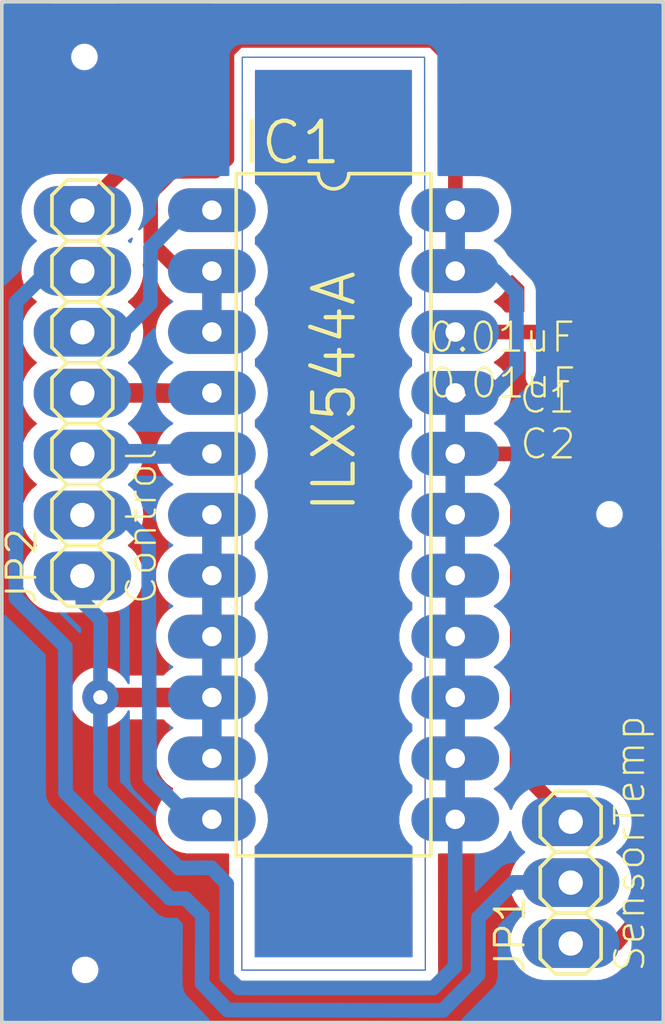
<source format=kicad_pcb>
(kicad_pcb (version 20221018) (generator pcbnew)
  (layers (0 "F.Cu" signal "Top") (31 "B.Cu" signal "Bottom") (34 "B.Paste" user) (35 "F.Paste" user) (36 "B.SilkS" user "B.Silkscreen") (37 "F.SilkS" user "F.Silkscreen") (38 "B.Mask" user) (39 "F.Mask" user) (44 "Edge.Cuts" user))
  (net 0 "")
  (net 1 "N$3")
  (net 2 "N$4")
  (net 3 "N$6")
  (net 4 "N$1")
  (net 5 "N$14")
  (net 6 "N$15")
  (net 7 "N$2")
  (footprint "C0402" (layer "F.Cu") (at 158.0711 98.9086 180)
    (fp_text reference "C1" (at -0.635 -0.635 180) (layer "F.SilkS") (effects (font (size 1.2065 1.2065) (thickness 0.1016)) (justify right top)))
    (fp_text value "0.01uF" (at -0.635 1.905 180) (layer "F.SilkS") (effects (font (size 1.2065 1.2065) (thickness 0.1016)) (justify right top)))
    (pad "1" smd rect (at -0.65 0 180) (size 0.7 0.9) (layers "F.Cu" "F.Paste" "F.Mask") (net 7 "N$2"))
    (pad "2" smd rect (at 0.65 0 180) (size 0.7 0.9) (layers "F.Cu" "F.Paste" "F.Mask") (net 6 "N$15"))
  )
  (footprint "C0402" (layer "F.Cu") (at 158.1011 100.8186 180)
    (fp_text reference "C2" (at -0.635 -0.635 180) (layer "F.SilkS") (effects (font (size 1.2065 1.2065) (thickness 0.1016)) (justify right top)))
    (fp_text value "0.01uF" (at -0.635 1.905 180) (layer "F.SilkS") (effects (font (size 1.2065 1.2065) (thickness 0.1016)) (justify right top)))
    (pad "1" smd rect (at -0.65 0 180) (size 0.7 0.9) (layers "F.Cu" "F.Paste" "F.Mask") (net 7 "N$2"))
    (pad "2" smd rect (at 0.65 0 180) (size 0.7 0.9) (layers "F.Cu" "F.Paste" "F.Mask") (net 6 "N$15"))
  )
  (footprint "DIL22-4" (layer "F.Cu") (at 148.5411 105.1086 -90)
    (fp_text reference "IC1" (at -14.5288 3.937) (layer "F.SilkS") (effects (font (size 1.6891 1.6891) (thickness 0.1778)) (justify left bottom)))
    (fp_text value "ILX544A" (at -10.287 0.9652 270) (layer "F.SilkS") (effects (font (size 1.6891 1.6891) (thickness 0.1778)) (justify right top)))
    (fp_line (start -14.224 -4.064) (end -14.224 -0.635) (stroke (width 0.1524)) (layer "F.SilkS"))
    (fp_line (start -14.224 -4.064) (end 14.224 -4.064) (stroke (width 0.1524)) (layer "F.SilkS"))
    (fp_line (start -14.224 0.635) (end -14.224 4.064) (stroke (width 0.1524)) (layer "F.SilkS"))
    (fp_line (start -14.224 4.064) (end 14.224 4.064) (stroke (width 0.1524)) (layer "F.SilkS"))
    (fp_line (start 14.224 4.064) (end 14.224 -4.064) (stroke (width 0.1524)) (layer "F.SilkS"))
    (fp_arc (start -14.224 -0.635) (mid -13.589 0) (end -14.224 0.635) (stroke (width 0.1524)) (layer "F.SilkS"))
    (pad "1" thru_hole oval (at -12.7 5.08) (size 3.6576 1.8288) (drill 0.8128) (layers "*.Cu" "*.Mask") (net 1 "N$3"))
    (pad "2" thru_hole oval (at -10.16 5.08) (size 3.6576 1.8288) (drill 0.8128) (layers "*.Cu" "*.Mask") (net 6 "N$15"))
    (pad "3" thru_hole oval (at -7.62 5.08) (size 3.6576 1.8288) (drill 0.8128) (layers "*.Cu" "*.Mask") (net 6 "N$15"))
    (pad "4" thru_hole oval (at -5.08 5.08) (size 3.6576 1.8288) (drill 0.8128) (layers "*.Cu" "*.Mask") (net 2 "N$4"))
    (pad "5" thru_hole oval (at -2.54 5.08) (size 3.6576 1.8288) (drill 0.8128) (layers "*.Cu" "*.Mask") (net 4 "N$1"))
    (pad "6" thru_hole oval (at 0 5.08) (size 3.6576 1.8288) (drill 0.8128) (layers "*.Cu" "*.Mask") (net 6 "N$15"))
    (pad "7" thru_hole oval (at 2.54 5.08) (size 3.6576 1.8288) (drill 0.8128) (layers "*.Cu" "*.Mask") (net 6 "N$15"))
    (pad "8" thru_hole oval (at 5.08 5.08) (size 3.6576 1.8288) (drill 0.8128) (layers "*.Cu" "*.Mask") (net 6 "N$15"))
    (pad "9" thru_hole oval (at 7.62 5.08) (size 3.6576 1.8288) (drill 0.8128) (layers "*.Cu" "*.Mask") (net 6 "N$15"))
    (pad "10" thru_hole oval (at 10.16 5.08) (size 3.6576 1.8288) (drill 0.8128) (layers "*.Cu" "*.Mask") (net 6 "N$15"))
    (pad "11" thru_hole oval (at 12.7 5.08) (size 3.6576 1.8288) (drill 0.8128) (layers "*.Cu" "*.Mask") (net 3 "N$6"))
    (pad "12" thru_hole oval (at 12.7 -5.08) (size 3.6576 1.8288) (drill 0.8128) (layers "*.Cu" "*.Mask") (net 6 "N$15"))
    (pad "13" thru_hole oval (at 10.16 -5.08) (size 3.6576 1.8288) (drill 0.8128) (layers "*.Cu" "*.Mask") (net 6 "N$15"))
    (pad "14" thru_hole oval (at 7.62 -5.08) (size 3.6576 1.8288) (drill 0.8128) (layers "*.Cu" "*.Mask") (net 6 "N$15"))
    (pad "15" thru_hole oval (at 5.08 -5.08) (size 3.6576 1.8288) (drill 0.8128) (layers "*.Cu" "*.Mask") (net 6 "N$15"))
    (pad "16" thru_hole oval (at 2.54 -5.08) (size 3.6576 1.8288) (drill 0.8128) (layers "*.Cu" "*.Mask") (net 6 "N$15"))
    (pad "17" thru_hole oval (at 0 -5.08) (size 3.6576 1.8288) (drill 0.8128) (layers "*.Cu" "*.Mask") (net 6 "N$15"))
    (pad "18" thru_hole oval (at -2.54 -5.08) (size 3.6576 1.8288) (drill 0.8128) (layers "*.Cu" "*.Mask") (net 6 "N$15"))
    (pad "19" thru_hole oval (at -5.08 -5.08) (size 3.6576 1.8288) (drill 0.8128) (layers "*.Cu" "*.Mask") (net 6 "N$15"))
    (pad "20" thru_hole oval (at -7.62 -5.08) (size 3.6576 1.8288) (drill 0.8128) (layers "*.Cu" "*.Mask") (net 7 "N$2"))
    (pad "21" thru_hole oval (at -10.16 -5.08) (size 3.6576 1.8288) (drill 0.8128) (layers "*.Cu" "*.Mask") (net 6 "N$15"))
    (pad "22" thru_hole oval (at -12.7 -5.08) (size 3.6576 1.8288) (drill 0.8128) (layers "*.Cu" "*.Mask") (net 6 "N$15"))
  )
  (footprint "1X03" (layer "F.Cu") (at 158.4411 120.4486 90)
    (fp_text reference "JP1" (at -3.8862 -1.8288 90) (layer "F.SilkS") (effects (font (size 1.2065 1.2065) (thickness 0.127)) (justify left bottom)))
    (fp_text value "SensorTemp" (at -3.81 3.175 90) (layer "F.SilkS") (effects (font (size 1.2065 1.2065) (thickness 0.1016)) (justify left bottom)))
    (fp_line (start -3.81 -0.635) (end -3.81 0.635) (stroke (width 0.1524)) (layer "F.SilkS"))
    (fp_line (start -3.81 0.635) (end -3.175 1.27) (stroke (width 0.1524)) (layer "F.SilkS"))
    (fp_line (start -3.175 -1.27) (end -3.81 -0.635) (stroke (width 0.1524)) (layer "F.SilkS"))
    (fp_line (start -3.175 -1.27) (end -1.905 -1.27) (stroke (width 0.1524)) (layer "F.SilkS"))
    (fp_line (start -1.905 -1.27) (end -1.27 -0.635) (stroke (width 0.1524)) (layer "F.SilkS"))
    (fp_line (start -1.905 1.27) (end -3.175 1.27) (stroke (width 0.1524)) (layer "F.SilkS"))
    (fp_line (start -1.27 -0.635) (end -1.27 0.635) (stroke (width 0.1524)) (layer "F.SilkS"))
    (fp_line (start -1.27 -0.635) (end -0.635 -1.27) (stroke (width 0.1524)) (layer "F.SilkS"))
    (fp_line (start -1.27 0.635) (end -1.905 1.27) (stroke (width 0.1524)) (layer "F.SilkS"))
    (fp_line (start -0.635 -1.27) (end 0.635 -1.27) (stroke (width 0.1524)) (layer "F.SilkS"))
    (fp_line (start -0.635 1.27) (end -1.27 0.635) (stroke (width 0.1524)) (layer "F.SilkS"))
    (fp_line (start 0.635 -1.27) (end 1.27 -0.635) (stroke (width 0.1524)) (layer "F.SilkS"))
    (fp_line (start 0.635 1.27) (end -0.635 1.27) (stroke (width 0.1524)) (layer "F.SilkS"))
    (fp_line (start 1.27 -0.635) (end 1.27 0.635) (stroke (width 0.1524)) (layer "F.SilkS"))
    (fp_line (start 1.27 -0.635) (end 1.905 -1.27) (stroke (width 0.1524)) (layer "F.SilkS"))
    (fp_line (start 1.27 0.635) (end 0.635 1.27) (stroke (width 0.1524)) (layer "F.SilkS"))
    (fp_line (start 1.905 -1.27) (end 3.175 -1.27) (stroke (width 0.1524)) (layer "F.SilkS"))
    (fp_line (start 1.905 1.27) (end 1.27 0.635) (stroke (width 0.1524)) (layer "F.SilkS"))
    (fp_line (start 3.175 -1.27) (end 3.81 -0.635) (stroke (width 0.1524)) (layer "F.SilkS"))
    (fp_line (start 3.175 1.27) (end 1.905 1.27) (stroke (width 0.1524)) (layer "F.SilkS"))
    (fp_line (start 3.81 -0.635) (end 3.81 0.635) (stroke (width 0.1524)) (layer "F.SilkS"))
    (fp_line (start 3.81 0.635) (end 3.175 1.27) (stroke (width 0.1524)) (layer "F.SilkS"))
    (pad "1" thru_hole oval (at -2.54 0 180) (size 4.064 2.032) (drill 1.016) (layers "*.Cu" "*.Mask") (net 7 "N$2"))
    (pad "2" thru_hole oval (at 0 0 180) (size 4.064 2.032) (drill 1.016) (layers "*.Cu" "*.Mask") (net 5 "N$14"))
    (pad "3" thru_hole oval (at 2.54 0 180) (size 4.064 2.032) (drill 1.016) (layers "*.Cu" "*.Mask") (net 6 "N$15"))
  )
  (footprint "1X07" (layer "F.Cu") (at 138.0547 100.0386 90)
    (fp_text reference "JP2" (at -8.9662 -1.8288 90) (layer "F.SilkS") (effects (font (size 1.2065 1.2065) (thickness 0.127)) (justify left bottom)))
    (fp_text value "Control" (at -8.89 3.175 90) (layer "F.SilkS") (effects (font (size 1.2065 1.2065) (thickness 0.1016)) (justify left bottom)))
    (fp_line (start -8.89 -0.635) (end -8.89 0.635) (stroke (width 0.1524)) (layer "F.SilkS"))
    (fp_line (start -8.89 0.635) (end -8.255 1.27) (stroke (width 0.1524)) (layer "F.SilkS"))
    (fp_line (start -8.255 -1.27) (end -8.89 -0.635) (stroke (width 0.1524)) (layer "F.SilkS"))
    (fp_line (start -8.255 -1.27) (end -6.985 -1.27) (stroke (width 0.1524)) (layer "F.SilkS"))
    (fp_line (start -6.985 -1.27) (end -6.35 -0.635) (stroke (width 0.1524)) (layer "F.SilkS"))
    (fp_line (start -6.985 1.27) (end -8.255 1.27) (stroke (width 0.1524)) (layer "F.SilkS"))
    (fp_line (start -6.35 -0.635) (end -6.35 0.635) (stroke (width 0.1524)) (layer "F.SilkS"))
    (fp_line (start -6.35 -0.635) (end -5.715 -1.27) (stroke (width 0.1524)) (layer "F.SilkS"))
    (fp_line (start -6.35 0.635) (end -6.985 1.27) (stroke (width 0.1524)) (layer "F.SilkS"))
    (fp_line (start -5.715 -1.27) (end -4.445 -1.27) (stroke (width 0.1524)) (layer "F.SilkS"))
    (fp_line (start -5.715 1.27) (end -6.35 0.635) (stroke (width 0.1524)) (layer "F.SilkS"))
    (fp_line (start -4.445 -1.27) (end -3.81 -0.635) (stroke (width 0.1524)) (layer "F.SilkS"))
    (fp_line (start -4.445 1.27) (end -5.715 1.27) (stroke (width 0.1524)) (layer "F.SilkS"))
    (fp_line (start -3.81 -0.635) (end -3.81 0.635) (stroke (width 0.1524)) (layer "F.SilkS"))
    (fp_line (start -3.81 -0.635) (end -3.175 -1.27) (stroke (width 0.1524)) (layer "F.SilkS"))
    (fp_line (start -3.81 0.635) (end -4.445 1.27) (stroke (width 0.1524)) (layer "F.SilkS"))
    (fp_line (start -3.175 -1.27) (end -1.905 -1.27) (stroke (width 0.1524)) (layer "F.SilkS"))
    (fp_line (start -3.175 1.27) (end -3.81 0.635) (stroke (width 0.1524)) (layer "F.SilkS"))
    (fp_line (start -1.905 -1.27) (end -1.27 -0.635) (stroke (width 0.1524)) (layer "F.SilkS"))
    (fp_line (start -1.905 1.27) (end -3.175 1.27) (stroke (width 0.1524)) (layer "F.SilkS"))
    (fp_line (start -1.27 -0.635) (end -1.27 0.635) (stroke (width 0.1524)) (layer "F.SilkS"))
    (fp_line (start -1.27 0.635) (end -1.905 1.27) (stroke (width 0.1524)) (layer "F.SilkS"))
    (fp_line (start -1.27 0.635) (end -0.635 1.27) (stroke (width 0.1524)) (layer "F.SilkS"))
    (fp_line (start -0.635 -1.27) (end -1.27 -0.635) (stroke (width 0.1524)) (layer "F.SilkS"))
    (fp_line (start -0.635 -1.27) (end 0.635 -1.27) (stroke (width 0.1524)) (layer "F.SilkS"))
    (fp_line (start 0.635 -1.27) (end 1.27 -0.635) (stroke (width 0.1524)) (layer "F.SilkS"))
    (fp_line (start 0.635 1.27) (end -0.635 1.27) (stroke (width 0.1524)) (layer "F.SilkS"))
    (fp_line (start 1.27 -0.635) (end 1.27 0.635) (stroke (width 0.1524)) (layer "F.SilkS"))
    (fp_line (start 1.27 -0.635) (end 1.905 -1.27) (stroke (width 0.1524)) (layer "F.SilkS"))
    (fp_line (start 1.27 0.635) (end 0.635 1.27) (stroke (width 0.1524)) (layer "F.SilkS"))
    (fp_line (start 1.905 -1.27) (end 3.175 -1.27) (stroke (width 0.1524)) (layer "F.SilkS"))
    (fp_line (start 1.905 1.27) (end 1.27 0.635) (stroke (width 0.1524)) (layer "F.SilkS"))
    (fp_line (start 3.175 -1.27) (end 3.81 -0.635) (stroke (width 0.1524)) (layer "F.SilkS"))
    (fp_line (start 3.175 1.27) (end 1.905 1.27) (stroke (width 0.1524)) (layer "F.SilkS"))
    (fp_line (start 3.81 -0.635) (end 3.81 0.635) (stroke (width 0.1524)) (layer "F.SilkS"))
    (fp_line (start 3.81 -0.635) (end 4.445 -1.27) (stroke (width 0.1524)) (layer "F.SilkS"))
    (fp_line (start 3.81 0.635) (end 3.175 1.27) (stroke (width 0.1524)) (layer "F.SilkS"))
    (fp_line (start 4.445 -1.27) (end 5.715 -1.27) (stroke (width 0.1524)) (layer "F.SilkS"))
    (fp_line (start 4.445 1.27) (end 3.81 0.635) (stroke (width 0.1524)) (layer "F.SilkS"))
    (fp_line (start 5.715 -1.27) (end 6.35 -0.635) (stroke (width 0.1524)) (layer "F.SilkS"))
    (fp_line (start 5.715 1.27) (end 4.445 1.27) (stroke (width 0.1524)) (layer "F.SilkS"))
    (fp_line (start 6.35 -0.635) (end 6.35 0.635) (stroke (width 0.1524)) (layer "F.SilkS"))
    (fp_line (start 6.35 0.635) (end 5.715 1.27) (stroke (width 0.1524)) (layer "F.SilkS"))
    (fp_line (start 6.35 0.635) (end 6.985 1.27) (stroke (width 0.1524)) (layer "F.SilkS"))
    (fp_line (start 6.985 -1.27) (end 6.35 -0.635) (stroke (width 0.1524)) (layer "F.SilkS"))
    (fp_line (start 6.985 -1.27) (end 8.255 -1.27) (stroke (width 0.1524)) (layer "F.SilkS"))
    (fp_line (start 8.255 -1.27) (end 8.89 -0.635) (stroke (width 0.1524)) (layer "F.SilkS"))
    (fp_line (start 8.255 1.27) (end 6.985 1.27) (stroke (width 0.1524)) (layer "F.SilkS"))
    (fp_line (start 8.89 -0.635) (end 8.89 0.635) (stroke (width 0.1524)) (layer "F.SilkS"))
    (fp_line (start 8.89 0.635) (end 8.255 1.27) (stroke (width 0.1524)) (layer "F.SilkS"))
    (pad "1" thru_hole oval (at -7.62 0 180) (size 4.064 2.032) (drill 1.016) (layers "*.Cu" "*.Mask") (net 6 "N$15"))
    (pad "2" thru_hole oval (at -5.08 0 180) (size 4.064 2.032) (drill 1.016) (layers "*.Cu" "*.Mask") (net 3 "N$6"))
    (pad "3" thru_hole oval (at -2.54 0 180) (size 4.064 2.032) (drill 1.016) (layers "*.Cu" "*.Mask") (net 4 "N$1"))
    (pad "4" thru_hole oval (at 0 0 180) (size 4.064 2.032) (drill 1.016) (layers "*.Cu" "*.Mask") (net 2 "N$4"))
    (pad "5" thru_hole oval (at 2.54 0 180) (size 4.064 2.032) (drill 1.016) (layers "*.Cu" "*.Mask") (net 1 "N$3"))
    (pad "6" thru_hole oval (at 5.08 0 180) (size 4.064 2.032) (drill 1.016) (layers "*.Cu" "*.Mask") (net 5 "N$14"))
    (pad "7" thru_hole oval (at 7.62 0 180) (size 4.064 2.032) (drill 1.016) (layers "*.Cu" "*.Mask") (net 7 "N$2"))
  )
  (footprint "" (layer "F.Cu") (at 160.0611 105.0886)
    (fp_text reference "@HOLE2" hide)
    (fp_text value "" (at 0 0) (layer "F.SilkS") (effects (font (size 1.524 1.524))))
    (pad "" np_thru_hole circle (at 0 0) (size 0.6 0.6) (drill 0.6) (layers "*.Cu"))
  )
  (footprint "" (layer "F.Cu") (at 138.1711 124.0886)
    (fp_text reference "@HOLE1" hide)
    (fp_text value "" (at 0 0) (layer "F.SilkS") (effects (font (size 1.524 1.524))))
    (pad "" np_thru_hole circle (at 0 0) (size 0.6 0.6) (drill 0.6) (layers "*.Cu"))
  )
  (footprint "" (layer "F.Cu") (at 138.1411 86.0186)
    (fp_text reference "@HOLE0" hide)
    (fp_text value "" (at 0 0) (layer "F.SilkS") (effects (font (size 1.524 1.524))))
    (pad "" np_thru_hole circle (at 0 0) (size 0.6 0.6) (drill 0.6) (layers "*.Cu"))
  )
  (gr_circle (center 138.1711 124.0986) (end 139.6711 124.0986) (stroke (width 1)) (fill none) (layer "F.Cu"))
  (gr_circle (center 138.1511 86.0286) (end 139.6511 86.0286) (stroke (width 1)) (fill none) (layer "F.Cu"))
  (gr_circle (center 160.0511 105.1186) (end 161.5511 105.1186) (stroke (width 1)) (fill none) (layer "F.Cu"))
  (gr_line (start 134.6911 83.7186) (end 134.6911 126.2886) (stroke (width 0.15)) (layer "Edge.Cuts"))
  (gr_line (start 162.3111 83.7186) (end 134.6911 83.7186) (stroke (width 0.15)) (layer "Edge.Cuts"))
  (gr_line (start 162.3111 126.2886) (end 162.3111 83.7186) (stroke (width 0.15)) (layer "Edge.Cuts"))
  (gr_line (start 134.6911 126.2886) (end 162.3111 126.2886) (stroke (width 0.15)) (layer "Edge.Cuts"))
  (segment (start 152.3411 86.0286) (end 152.3711 124.0986) (width 0.05) (layer "F.Cu") (net 0))
  (segment (start 144.7311 86.0286) (end 152.3411 86.0286) (width 0.05) (layer "F.Cu") (net 0))
  (segment (start 152.3711 124.0986) (end 144.7111 124.0986) (width 0.05) (layer "F.Cu") (net 0))
  (segment (start 144.7111 124.0986) (end 144.7311 86.0286) (width 0.05) (layer "F.Cu") (net 0))
  (segment (start 152.3711 124.0986) (end 144.7111 124.0986) (width 0.05) (layer "B.Cu") (net 0))
  (segment (start 144.7111 124.0986) (end 144.7311 86.0286) (width 0.05) (layer "B.Cu") (net 0))
  (segment (start 144.7311 86.0286) (end 152.3411 86.0286) (width 0.05) (layer "B.Cu") (net 0))
  (segment (start 152.3411 86.0286) (end 152.3711 124.0986) (width 0.05) (layer "B.Cu") (net 0))
  (segment (start 139.6811 97.5286) (end 140.8911 96.3086) (width 0.6096) (layer "B.Cu") (net 1))
  (segment (start 140.8911 96.3086) (end 140.9011 93.9586) (width 0.6096) (layer "B.Cu") (net 1))
  (segment (start 140.9011 93.9586) (end 142.4311 92.4186) (width 0.6096) (layer "B.Cu") (net 1))
  (segment (start 142.4311 92.4186) (end 143.4611 92.4086) (width 0.6096) (layer "B.Cu") (net 1))
  (segment (start 139.6811 97.5286) (end 138.0547 97.4986) (width 0.6096) (layer "B.Cu") (net 1))
  (segment (start 141.5011 100.0386) (end 142.3211 100.0286) (width 0.8128) (layer "F.Cu") (net 2))
  (segment (start 140.2511 100.0286) (end 141.2111 100.0286) (width 0.8128) (layer "F.Cu") (net 2))
  (segment (start 141.2111 100.0286) (end 141.5011 100.0386) (width 0.8128) (layer "F.Cu") (net 2))
  (segment (start 142.3211 100.0286) (end 143.4611 100.0286) (width 0.8128) (layer "F.Cu") (net 2))
  (segment (start 140.2511 100.0286) (end 138.0547 100.0386) (width 0.8128) (layer "F.Cu") (net 2))
  (segment (start 139.7111 105.1386) (end 138.0547 105.1186) (width 0.6096) (layer "B.Cu") (net 3))
  (segment (start 142.6011 117.7986) (end 143.4611 117.8086) (width 0.6096) (layer "B.Cu") (net 3))
  (segment (start 139.7111 105.1386) (end 140.8211 106.2686) (width 0.6096) (layer "B.Cu") (net 3))
  (segment (start 140.8211 106.2686) (end 140.8611 116.0786) (width 0.6096) (layer "B.Cu") (net 3))
  (segment (start 140.8611 116.0786) (end 142.6011 117.7986) (width 0.6096) (layer "B.Cu") (net 3))
  (segment (start 140.8111 102.5586) (end 141.2711 102.5786) (width 0.8128) (layer "B.Cu") (net 4))
  (segment (start 142.6011 102.5586) (end 143.4611 102.5686) (width 0.8128) (layer "B.Cu") (net 4))
  (segment (start 141.2711 102.5786) (end 142.6011 102.5586) (width 0.8128) (layer "B.Cu") (net 4))
  (segment (start 140.8111 102.5586) (end 138.0547 102.5786) (width 0.8128) (layer "B.Cu") (net 4))
  (segment (start 137.3511 116.6986) (end 141.7011 121.0986) (width 0.6096) (layer "B.Cu") (net 5))
  (segment (start 143.0611 121.8086) (end 143.0511 124.6486) (width 0.6096) (layer "B.Cu") (net 5))
  (segment (start 141.7011 121.0986) (end 142.3511 121.1086) (width 0.6096) (layer "B.Cu") (net 5))
  (segment (start 136.6311 94.9286) (end 138.0547 94.9586) (width 0.6096) (layer "B.Cu") (net 5))
  (segment (start 136.6311 94.9286) (end 135.2811 96.2486) (width 0.6096) (layer "B.Cu") (net 5))
  (segment (start 154.5711 124.2986) (end 154.5911 121.9086) (width 0.6096) (layer "B.Cu") (net 5))
  (segment (start 153.1011 125.7786) (end 154.5711 124.2986) (width 0.6096) (layer "B.Cu") (net 5))
  (segment (start 144.1111 125.7586) (end 153.1011 125.7786) (width 0.6096) (layer "B.Cu") (net 5))
  (segment (start 143.0511 124.6486) (end 144.1111 125.7586) (width 0.6096) (layer "B.Cu") (net 5))
  (segment (start 135.2811 96.2486) (end 135.2811 108.5786) (width 0.6096) (layer "B.Cu") (net 5))
  (segment (start 142.3511 121.1086) (end 143.0611 121.8086) (width 0.6096) (layer "B.Cu") (net 5))
  (segment (start 135.2811 108.5786) (end 137.3411 110.6086) (width 0.6096) (layer "B.Cu") (net 5))
  (segment (start 156.0511 120.4386) (end 158.4411 120.4486) (width 0.6096) (layer "B.Cu") (net 5))
  (segment (start 137.3411 110.6086) (end 137.3511 116.6986) (width 0.6096) (layer "B.Cu") (net 5))
  (segment (start 154.5911 121.9086) (end 156.0511 120.4386) (width 0.6096) (layer "B.Cu") (net 5))
  (segment (start 144.5811 85.3286) (end 152.6911 85.3286) (width 0.6096) (layer "F.Cu") (net 6))
  (segment (start 157.4211 98.9086) (end 157.4411 98.9886) (width 0.4064) (layer "F.Cu") (net 6))
  (segment (start 141.8111 90.7886) (end 143.5811 90.7786) (width 0.6096) (layer "F.Cu") (net 6))
  (segment (start 139.698759 112.7286) (end 143.4611 112.7286) (width 0.8128) (layer "F.Cu") (net 6))
  (segment (start 152.6911 85.3286) (end 153.6511 86.3186) (width 0.6096) (layer "F.Cu") (net 6))
  (segment (start 153.6511 86.3186) (end 153.6211 92.4086) (width 0.6096) (layer "F.Cu") (net 6))
  (segment (start 140.9011 91.6986) (end 141.8111 90.7886) (width 0.6096) (layer "F.Cu") (net 6))
  (segment (start 140.9111 93.7386) (end 140.9011 91.6986) (width 0.6096) (layer "F.Cu") (net 6))
  (segment (start 156.2211 102.5686) (end 157.4511 100.8186) (width 0.6096) (layer "F.Cu") (net 6))
  (segment (start 153.6211 102.5686) (end 156.2211 102.5686) (width 0.6096) (layer "F.Cu") (net 6))
  (segment (start 144.0911 85.8086) (end 144.5811 85.3286) (width 0.6096) (layer "F.Cu") (net 6))
  (segment (start 156.2211 102.5686) (end 156.2011 115.6286) (width 0.6096) (layer "F.Cu") (net 6))
  (segment (start 156.2011 115.6286) (end 158.4411 117.9086) (width 0.6096) (layer "F.Cu") (net 6))
  (segment (start 139.698759 112.7286) (end 138.808759 112.720709) (width 0.8128) (layer "F.Cu") (net 6))
  (segment (start 143.5811 90.7786) (end 144.0911 90.2686) (width 0.6096) (layer "F.Cu") (net 6))
  (segment (start 142.1211 94.9486) (end 140.9111 93.7386) (width 0.6096) (layer "F.Cu") (net 6))
  (segment (start 143.4611 94.9486) (end 142.1211 94.9486) (width 0.6096) (layer "F.Cu") (net 6))
  (segment (start 144.0911 90.2686) (end 144.0911 85.8086) (width 0.6096) (layer "F.Cu") (net 6))
  (segment (start 157.4411 98.9886) (end 157.4511 100.8186) (width 0.4064) (layer "F.Cu") (net 6))
  (via (at 138.808759 112.720709) (size 1.5144) (drill 0.6) (layers "F.Cu" "B.Cu") (net 6))
  (segment (start 152.7111 124.8386) (end 153.6111 123.9486) (width 0.6096) (layer "B.Cu") (net 6))
  (segment (start 153.6211 117.8086) (end 153.6211 115.2686) (width 0.8128) (layer "B.Cu") (net 6))
  (segment (start 138.8111 116.5786) (end 142.0711 119.8386) (width 0.6096) (layer "B.Cu") (net 6))
  (segment (start 138.8211 109.490709) (end 138.0711 108.7486) (width 0.6096) (layer "B.Cu") (net 6))
  (segment (start 138.808759 112.720709) (end 138.8211 109.490709) (width 0.6096) (layer "B.Cu") (net 6))
  (segment (start 153.6211 100.0286) (end 155.2011 100.0186) (width 0.6096) (layer "B.Cu") (net 6))
  (segment (start 143.4611 112.7286) (end 143.4611 115.2686) (width 0.8128) (layer "B.Cu") (net 6))
  (segment (start 143.4611 112.7286) (end 143.4611 110.1886) (width 0.8128) (layer "B.Cu") (net 6))
  (segment (start 153.6111 123.9486) (end 153.6211 117.8086) (width 0.6096) (layer "B.Cu") (net 6))
  (segment (start 155.3011 94.9486) (end 153.6211 94.9486) (width 0.6096) (layer "B.Cu") (net 6))
  (segment (start 138.0711 108.7486) (end 138.0547 107.6586) (width 0.6096) (layer "B.Cu") (net 6))
  (segment (start 144.0811 120.4986) (end 144.0811 124.3786) (width 0.6096) (layer "B.Cu") (net 6))
  (segment (start 156.1811 99.0186) (end 156.1711 95.8386) (width 0.6096) (layer "B.Cu") (net 6))
  (segment (start 153.6211 112.7286) (end 153.6211 110.1886) (width 0.8128) (layer "B.Cu") (net 6))
  (segment (start 138.8111 116.5786) (end 138.808759 112.720709) (width 0.6096) (layer "B.Cu") (net 6))
  (segment (start 144.5711 124.8386) (end 152.7111 124.8386) (width 0.6096) (layer "B.Cu") (net 6))
  (segment (start 142.0711 119.8386) (end 143.4411 119.8286) (width 0.6096) (layer "B.Cu") (net 6))
  (segment (start 153.6211 102.5686) (end 153.6211 100.0286) (width 0.8128) (layer "B.Cu") (net 6))
  (segment (start 156.1711 95.8386) (end 155.3011 94.9486) (width 0.6096) (layer "B.Cu") (net 6))
  (segment (start 155.2011 100.0186) (end 156.1811 99.0186) (width 0.6096) (layer "B.Cu") (net 6))
  (segment (start 143.4611 110.1886) (end 143.4611 107.6486) (width 0.8128) (layer "B.Cu") (net 6))
  (segment (start 153.6211 94.9486) (end 153.6211 92.4086) (width 0.8128) (layer "B.Cu") (net 6))
  (segment (start 153.6211 112.7286) (end 153.6211 115.2686) (width 0.8128) (layer "B.Cu") (net 6))
  (segment (start 153.6211 107.6486) (end 153.6211 105.1086) (width 0.8128) (layer "B.Cu") (net 6))
  (segment (start 143.4411 119.8286) (end 144.0811 120.4986) (width 0.6096) (layer "B.Cu") (net 6))
  (segment (start 143.4611 97.4886) (end 143.4611 94.9486) (width 0.8128) (layer "B.Cu") (net 6))
  (segment (start 143.4611 107.6486) (end 143.4611 105.1086) (width 0.8128) (layer "B.Cu") (net 6))
  (segment (start 153.6211 102.5686) (end 153.6211 105.1086) (width 0.8128) (layer "B.Cu") (net 6))
  (segment (start 153.6211 107.6486) (end 153.6211 110.1886) (width 0.8128) (layer "B.Cu") (net 6))
  (segment (start 144.0811 124.3786) (end 144.5711 124.8386) (width 0.6096) (layer "B.Cu") (net 6))
  (segment (start 139.1211 91.3586) (end 138.0547 92.4186) (width 0.6096) (layer "F.Cu") (net 7))
  (segment (start 159.4311 98.9186) (end 158.7211 98.9086) (width 0.6096) (layer "F.Cu") (net 7))
  (segment (start 144.205447 84.3786) (end 153.115447 84.376062) (width 0.6096) (layer "F.Cu") (net 7))
  (segment (start 161.3611 121.7786) (end 161.3811 117.2086) (width 0.6096) (layer "F.Cu") (net 7))
  (segment (start 153.115447 84.376062) (end 156.3011 87.5186) (width 0.6096) (layer "F.Cu") (net 7))
  (segment (start 140.6311 89.8586) (end 139.1111 91.3486) (width 0.6096) (layer "F.Cu") (net 7))
  (segment (start 160.3511 122.9886) (end 158.4411 122.9886) (width 0.6096) (layer "F.Cu") (net 7))
  (segment (start 157.3211 97.4886) (end 159.4411 97.4986) (width 0.6096) (layer "F.Cu") (net 7))
  (segment (start 159.4311 100.7986) (end 158.7511 100.8186) (width 0.6096) (layer "F.Cu") (net 7))
  (segment (start 143.0511 89.3086) (end 143.0511 85.5386) (width 0.6096) (layer "F.Cu") (net 7))
  (segment (start 159.4411 97.4986) (end 159.4311 98.9186) (width 0.6096) (layer "F.Cu") (net 7))
  (segment (start 143.0511 89.3086) (end 142.4811 89.8586) (width 0.6096) (layer "F.Cu") (net 7))
  (segment (start 156.3011 87.5186) (end 156.3011 94.2486) (width 0.6096) (layer "F.Cu") (net 7))
  (segment (start 161.3811 117.2086) (end 157.2511 113.1086) (width 0.6096) (layer "F.Cu") (net 7))
  (segment (start 159.4311 98.9186) (end 159.4311 100.7986) (width 0.6096) (layer "F.Cu") (net 7))
  (segment (start 139.1111 91.3486) (end 139.1211 91.3586) (width 0.6096) (layer "F.Cu") (net 7))
  (segment (start 156.3011 94.2486) (end 157.3211 95.2586) (width 0.6096) (layer "F.Cu") (net 7))
  (segment (start 157.2511 113.1086) (end 157.2411 103.0286) (width 0.6096) (layer "F.Cu") (net 7))
  (segment (start 157.2411 103.0286) (end 159.4311 100.7986) (width 0.6096) (layer "F.Cu") (net 7))
  (segment (start 143.0511 85.5386) (end 144.205447 84.3786) (width 0.6096) (layer "F.Cu") (net 7))
  (segment (start 160.3511 122.9886) (end 161.3611 121.7786) (width 0.6096) (layer "F.Cu") (net 7))
  (segment (start 142.4811 89.8586) (end 140.6311 89.8586) (width 0.6096) (layer "F.Cu") (net 7))
  (segment (start 157.3211 95.2586) (end 157.3211 97.4886) (width 0.6096) (layer "F.Cu") (net 7))
  (segment (start 157.3211 97.4886) (end 153.6211 97.4886) (width 0.6096) (layer "F.Cu") (net 7))
  (zone (net 0) (net_name "") (layer "F.Cu") (priority 6) (connect_pads (clearance 0.508)) (min_thickness 0.05) (fill yes (thermal_gap 0.1) (thermal_bridge_width 0.1))
    (polygon (pts (xy 144.7311 86.0286) (xy 152.3411 86.0286) (xy 152.3711 124.0986) (xy 144.7111 124.0986)))
  )
  (zone (net 0) (net_name "") (layer "F.Cu") (priority 6) (connect_pads (clearance 0.508)) (min_thickness 0.1) (fill yes (thermal_gap 0.15) (thermal_bridge_width 0.15))
    (polygon (pts (xy 134.6411 83.6686) (xy 162.3511 83.6686) (xy 162.3611 126.3386) (xy 134.6411 126.3386)))
  )
  (zone (net 0) (net_name "") (layer "B.Cu") (priority 6) (connect_pads (clearance 0.508)) (min_thickness 0.1) (fill yes (thermal_gap 0.15) (thermal_bridge_width 0.15))
    (polygon (pts (xy 134.6411 83.6686) (xy 162.3611 83.6686) (xy 162.3611 126.3386) (xy 134.6411 126.3386)))
  )
  (zone (net 0) (net_name "") (layer "B.Cu") (priority 6) (connect_pads (clearance 0.508)) (min_thickness 0.05) (fill yes (thermal_gap 0.1) (thermal_bridge_width 0.1))
    (polygon (pts (xy 144.7311 86.0286) (xy 152.3411 86.0286) (xy 152.3711 124.0986) (xy 144.7111 124.0886)))
  )
)
</source>
